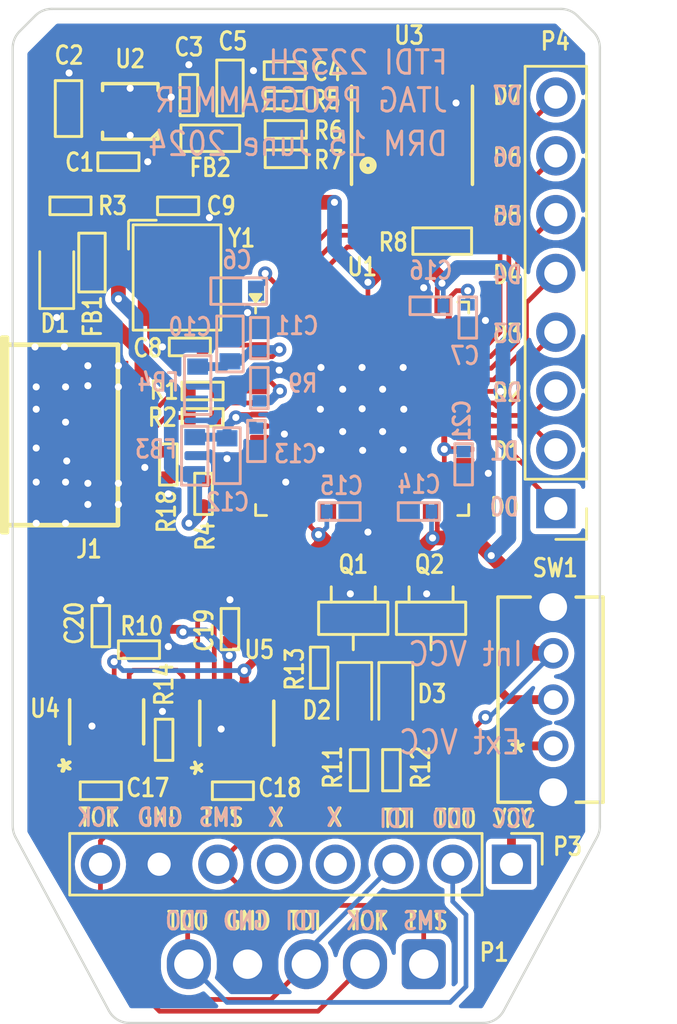
<source format=kicad_pcb>
(kicad_pcb
	(version 20240108)
	(generator "pcbnew")
	(generator_version "8.0")
	(general
		(thickness 1.6)
		(legacy_teardrops no)
	)
	(paper "A4")
	(layers
		(0 "F.Cu" signal)
		(31 "B.Cu" signal)
		(32 "B.Adhes" user "B.Adhesive")
		(33 "F.Adhes" user "F.Adhesive")
		(34 "B.Paste" user)
		(35 "F.Paste" user)
		(36 "B.SilkS" user "B.Silkscreen")
		(37 "F.SilkS" user "F.Silkscreen")
		(38 "B.Mask" user)
		(39 "F.Mask" user)
		(40 "Dwgs.User" user "User.Drawings")
		(41 "Cmts.User" user "User.Comments")
		(42 "Eco1.User" user "User.Eco1")
		(43 "Eco2.User" user "User.Eco2")
		(44 "Edge.Cuts" user)
		(45 "Margin" user)
		(46 "B.CrtYd" user "B.Courtyard")
		(47 "F.CrtYd" user "F.Courtyard")
		(48 "B.Fab" user)
		(49 "F.Fab" user)
		(50 "User.1" user)
		(51 "User.2" user)
		(52 "User.3" user)
		(53 "User.4" user)
		(54 "User.5" user)
		(55 "User.6" user)
		(56 "User.7" user)
		(57 "User.8" user)
		(58 "User.9" user)
	)
	(setup
		(pad_to_mask_clearance 0)
		(allow_soldermask_bridges_in_footprints no)
		(pcbplotparams
			(layerselection 0x00010fc_ffffffff)
			(plot_on_all_layers_selection 0x0000000_00000000)
			(disableapertmacros no)
			(usegerberextensions no)
			(usegerberattributes yes)
			(usegerberadvancedattributes yes)
			(creategerberjobfile yes)
			(dashed_line_dash_ratio 12.000000)
			(dashed_line_gap_ratio 3.000000)
			(svgprecision 4)
			(plotframeref no)
			(viasonmask no)
			(mode 1)
			(useauxorigin no)
			(hpglpennumber 1)
			(hpglpenspeed 20)
			(hpglpendiameter 15.000000)
			(pdf_front_fp_property_popups yes)
			(pdf_back_fp_property_popups yes)
			(dxfpolygonmode yes)
			(dxfimperialunits yes)
			(dxfusepcbnewfont yes)
			(psnegative no)
			(psa4output no)
			(plotreference yes)
			(plotvalue yes)
			(plotfptext yes)
			(plotinvisibletext no)
			(sketchpadsonfab no)
			(subtractmaskfromsilk no)
			(outputformat 1)
			(mirror no)
			(drillshape 1)
			(scaleselection 1)
			(outputdirectory "")
		)
	)
	(net 0 "")
	(net 1 "GND")
	(net 2 "Net-(U2-VOUT)")
	(net 3 "Net-(U1-OSCO)")
	(net 4 "Net-(U1-OSCI)")
	(net 5 "Net-(U1-VPHY)")
	(net 6 "Net-(U1-VPLL)")
	(net 7 "Net-(D1-A)")
	(net 8 "Net-(J1-Pad2)")
	(net 9 "Net-(J1-Pad3)")
	(net 10 "Net-(D2-K)")
	(net 11 "/TMS")
	(net 12 "/TCK")
	(net 13 "/TDI")
	(net 14 "/TDO")
	(net 15 "unconnected-(P3-P4-Pad4)")
	(net 16 "unconnected-(P3-P5-Pad5)")
	(net 17 "Net-(P4-P1)")
	(net 18 "Net-(P4-P2)")
	(net 19 "Net-(P4-P3)")
	(net 20 "Net-(P4-P4)")
	(net 21 "Net-(P4-P5)")
	(net 22 "Net-(P4-P6)")
	(net 23 "Net-(P4-P7)")
	(net 24 "Net-(P4-P8)")
	(net 25 "Net-(U1-DM)")
	(net 26 "Net-(U1-DP)")
	(net 27 "Net-(U1-~{RESET})")
	(net 28 "Net-(U3-DO)")
	(net 29 "Net-(U1-EECLK)")
	(net 30 "Net-(U1-EECS)")
	(net 31 "Net-(U1-EEDATA)")
	(net 32 "Net-(U1-REF)")
	(net 33 "Net-(U1-ADBUS0)")
	(net 34 "Net-(U1-ADBUS1)")
	(net 35 "Net-(U1-ADBUS2)")
	(net 36 "Net-(U1-ADBUS3)")
	(net 37 "unconnected-(U1-ADBUS4-Pad21)")
	(net 38 "unconnected-(U1-ADBUS5-Pad22)")
	(net 39 "unconnected-(U1-ADBUS6-Pad23)")
	(net 40 "unconnected-(U1-ADBUS7-Pad24)")
	(net 41 "unconnected-(U1-ACBUS0-Pad26)")
	(net 42 "unconnected-(U1-ACBUS1-Pad27)")
	(net 43 "unconnected-(U1-ACBUS2-Pad28)")
	(net 44 "unconnected-(U1-ACBUS3-Pad29)")
	(net 45 "unconnected-(U1-ACBUS4-Pad30)")
	(net 46 "unconnected-(U1-ACBUS5-Pad32)")
	(net 47 "unconnected-(U1-ACBUS6-Pad33)")
	(net 48 "unconnected-(U1-ACBUS7-Pad34)")
	(net 49 "unconnected-(U1-~{SUSPEND}-Pad36)")
	(net 50 "unconnected-(U1-BCBUS0-Pad48)")
	(net 51 "unconnected-(U1-BCBUS1-Pad52)")
	(net 52 "unconnected-(U1-BCBUS2-Pad53)")
	(net 53 "unconnected-(U1-BCBUS3-Pad54)")
	(net 54 "unconnected-(U1-BCBUS4-Pad55)")
	(net 55 "unconnected-(U1-BCBUS5-Pad57)")
	(net 56 "unconnected-(U1-BCBUS6-Pad58)")
	(net 57 "unconnected-(U1-BCBUS7-Pad59)")
	(net 58 "unconnected-(U1-~{PWREN}-Pad60)")
	(net 59 "unconnected-(U2-NC-Pad2)")
	(net 60 "unconnected-(U2-NC-Pad5)")
	(net 61 "unconnected-(U3-NC-Pad6)")
	(net 62 "unconnected-(U3-NC-Pad7)")
	(net 63 "/+5V0")
	(net 64 "+3.3V")
	(net 65 "/+1V8")
	(net 66 "/VUSB")
	(net 67 "Net-(D2-A)")
	(net 68 "Net-(D3-K)")
	(net 69 "Net-(D3-A)")
	(net 70 "Net-(J1-Pad4)")
	(net 71 "Net-(P3-P1)")
	(net 72 "Net-(Q1-G)")
	(footprint "t_passive_smd:cap_0603" (layer "F.Cu") (at 125.603 96.381 -90))
	(footprint "t_passive_smd:res_0402" (layer "F.Cu") (at 135.001 96.012 180))
	(footprint "t_passive_smd:res_0402" (layer "F.Cu") (at 135.001 98.552 180))
	(footprint "Connector_PinHeader_2.54mm:PinHeader_1x08_P2.54mm_Vertical" (layer "F.Cu") (at 146.685 113.665 180))
	(footprint "t_Mech_Switch:1825232-1" (layer "F.Cu") (at 146.5707 123.92 90))
	(footprint "t_passive_smd:cap_0402" (layer "F.Cu") (at 130.344 100.584 180))
	(footprint "t_passive_smd:cap_0402" (layer "F.Cu") (at 127 125.857))
	(footprint "LED_SMD:LED_0603_1608Metric_Pad1.05x0.95mm_HandSolder" (layer "F.Cu") (at 137.9855 121.97464 -90))
	(footprint "t_passive_smd:res_0402" (layer "F.Cu") (at 138.176 124.968 90))
	(footprint "LED_SMD:LED_0603_1608Metric_Pad1.05x0.95mm_HandSolder" (layer "F.Cu") (at 125.095 103.364 90))
	(footprint "Package_DFN_QFN:QFN-64-1EP_9x9mm_P0.5mm_EP4.35x4.35mm" (layer "F.Cu") (at 138.307 109.352))
	(footprint "t_passive_smd:res_0603" (layer "F.Cu") (at 141.77 102.108))
	(footprint "t_passive_smd:res_0402" (layer "F.Cu") (at 125.688 100.584 180))
	(footprint "t_passive_smd:res_0402" (layer "F.Cu") (at 136.4488 120.5396 90))
	(footprint "t_passive_smd:res_0402" (layer "F.Cu") (at 129.738001 123.656 90))
	(footprint "t_passive_smd:cap_0402" (layer "F.Cu") (at 132.588 118.872 -90))
	(footprint "t_so:SOIC-8" (layer "F.Cu") (at 140.462 97.536 90))
	(footprint "t_passive_smd:fb_0603" (layer "F.Cu") (at 126.619 103.035 90))
	(footprint "t_passive_smd:res_0402" (layer "F.Cu") (at 131.403 108.585 180))
	(footprint "t_connectors:Header_5x100" (layer "F.Cu") (at 135.89 133.35 180))
	(footprint "t_passive_smd:cap_0402" (layer "F.Cu") (at 132.715 125.857))
	(footprint "t_crystal:Crystal_5x3_2" (layer "F.Cu") (at 130.299 103.70415 -90))
	(footprint "t_passive_smd:res_0402" (layer "F.Cu") (at 135.001 97.282 180))
	(footprint "LED_SMD:LED_0603_1608Metric_Pad1.05x0.95mm_HandSolder" (layer "F.Cu") (at 139.7635 121.97464 -90))
	(footprint "t_passive_smd:cap_0402" (layer "F.Cu") (at 134.959 94.742))
	(footprint "t_passive_smd:cap_0402" (layer "F.Cu") (at 130.852 106.68))
	(footprint "t_passive_smd:res_0402" (layer "F.Cu") (at 131.445 113.03 90))
	(footprint "t_smd_transistors:SOT-23" (layer "F.Cu") (at 137.922 118.40464 180))
	(footprint "t_qfn:LLP-6" (layer "F.Cu") (at 128.277 96.505 90))
	(footprint "t_passive_smd:cap_0402" (layer "F.Cu") (at 127 118.745 -90))
	(footprint "Connector_PinHeader_2.54mm:PinHeader_1x08_P2.54mm_Vertical" (layer "F.Cu") (at 144.765 129.032 -90))
	(footprint "t_passive_smd:res_0402" (layer "F.Cu") (at 131.403 109.728 180))
	(footprint "t_passive_smd:fb_0603"
		(layer "F.Cu")
		(uuid "a99c43cb-e2b4-46af-9024-fdbe428d2f2e")
		(at 131.737 97.663)
		(descr "SMT resistor, 0603")
		(property "Reference" "FB2"
			(at 0 1.27 0)
			(layer "F.SilkS")
			(uuid "79e98ab1-8fed-4ea8-994b-8ca16085b887")
			(effects
				(font
					(size 0.762 0.635)
					(thickness 0.127)
				)
			)
		)
		(property "Value" "Ferrite_Bead"
			(at 0 0.9652 0)
			(layer "F.SilkS")
			(hide yes)
			(uuid "4af98abd-800d-4dfb-a2ff-a2aa418d0fe5")
			(effects
				(font
					(size 0.50038 0.50038)
					(thickness 0.11938)
				)
			)
		)
		(property "Footprint" "t_passive_smd:fb_0603"
			(at 0 0 0)
			(unlocked yes)
			(layer "F.Fab")
			(hide yes)
			(uuid "c905b583-71aa-4eab-91b9-e34001c5045b")
			(effects
				(font
					(size 1.27 1.27)
					(thickness 0.15)
				)
			)
		)
		(property "Datasheet" ""
			(at 0 0 0)
			(unlocked yes)
			(layer "F.Fab")
			(hide yes)
			(uuid "6be05383-3b3b-405b-8351-dc6b4996f96e")
			(effects
				(font
					(size 1.27 1.27)
					(thickness 0.15)
				)
			)
		)
		(property "Description" ""
			(at 0 0 0)
			(unlocked yes)
			(layer "F.Fab")
			(hide yes)
			(uuid "ab529131-de3d-4445-b688-ee0c13af59d4")
			(effects
				(font
					(size 1.27 1.27)
					(thickness 0.15)
				)
			)
		)
		(path "/452e3f14-f9ca-4acf-a8c0-ae291242465d")
		(sheetname "Root")
		(sheetfile "Lattice_FTDI_Programmer.kicad_sch")
		(attr through_hole)
		(fp_line
			(start -1.27 -0.5715)
			(end 1.27 -0.5715)
			(stroke
				(width 0.127)
				(type solid)
			)
			(layer "F.SilkS")
			(uuid "a3244c4d-6ce9-4932-99df-2815a05dc50c")
		)
		(fp_line
			(start -1.27 0.5715)
			(end -1.27 -0.5715)
			(stroke
				(width 0.127)
				(type solid)
			)
			(layer "F.SilkS")
			(uuid "e7834634-c7ee-452d-92b4-aec4312aec73")
		)
		(fp_line
			(start 1.27 -0.5715)
			(end 1.27 0.5715)
			(stroke
				(width 0.127)
				(type solid)
			)
			(layer "F.SilkS")
			(uuid "b55fdf2e-864e-4424-9263-ae5441d65227")
		)
		(fp_line
			(start 1.27 0.5715)
			(end -1.27 0.5715)
			(stroke
				(width 0.127)
				(type solid)
			)
			(layer "F.SilkS")
			(uuid "d9d210ff-bab6-4073-abe7-ca8bc3773f84")
		)
		(fp_line
			(start -1.27 -0.5715)
			(end -1.27 0.5715)
			(stroke
				(width 0.05)
				(type solid)
			)
			(layer "F.CrtYd")
			(uuid "7100be94-911c-4f0d-b106-319bae0a8932")
		)
		(fp_line
			(start -1.27 0.5715)
			(end 1.27 0.5715)
			(stroke
				(width 0.05)
				(type solid)
			)
			(layer "F.CrtYd")
			(uuid "5b40c673-8ca0-4c48-af95-bc3b6d31ae29")
		)
		(fp_line
			(start 1.27 -0.5715)
			(end -1.27 -0.5715)
			(stroke
				(width 0.05)
				(type solid)
			)
			(layer "F.CrtYd")
			(uuid "c6cec353-71e1-4de9-a141-875969fc5d98")
		)
		(fp_line
			(start 1.27 0.5715)
			(end 1.27 -0.5715)
			(stroke
				(width 0.05)
				(type solid)
			)
			(layer "F.CrtYd")
			(uuid "1a948d47-1a33-4f25-8321-2849ae6a0bdc")
		)
		(fp_line
			(start -1.143 -0.508)
			(end -1.143 0.508)
			(stroke
				(width 0.1)
				(type solid)
			)
			(layer "F.Fab")
			(uuid "22cc52b2-bb94-4d77-8521-649cc67b84e8")
		)
		(fp_line
			(start -1.143 0.508)
			(end 1.143 0.508)
			(stroke
				(width 0.1)
				(type solid)
			)
			(layer "F.Fab")
			(uuid "5cd1aa01-8d6a-4e73-a480-853ce26d8ccb")
		)
		(fp_line
			(start 1.143 -0.508)
			(end -1.143 -0.508)
			(stroke
				(width 0.1)
				(type solid)
			)
			(layer "F.Fab")
			(uuid "a6950db9-efa7-4eef-88d1-78029f530476")
		)
		(fp_line
			(start 1.143 0.508)
			(end 1.143 -0.508)
			(stroke
				(width 0.1)
				(type solid)
			)
			(layer "F.Fab")
			(uuid "e8546eb1-1ebf-4231-9e62-64a8319f64d9")
		)
		(fp_text user "${REFERENCE
... [300403 chars truncated]
</source>
